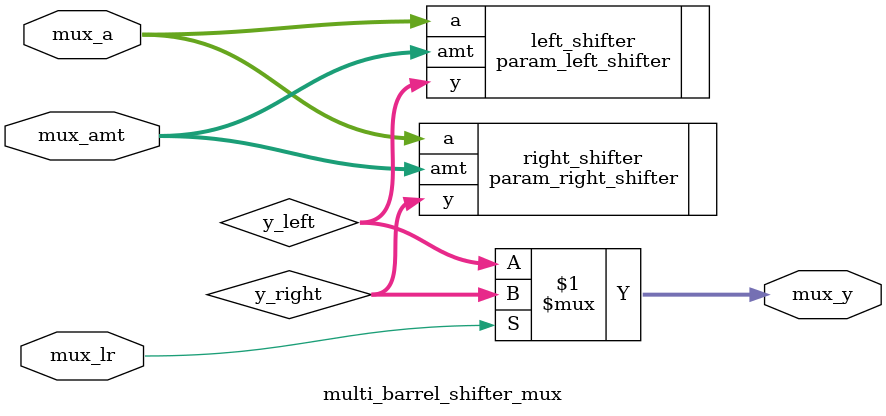
<source format=sv>
`timescale 1ns / 1ps


module multi_barrel_shifter_mux #(
    parameter N = 8,
    parameter AMT_WIDTH = $clog2(N)
)(
    input logic [N-1:0] mux_a,       // Input
    input logic [AMT_WIDTH-1:0] mux_amt, // Amount to shift
    input logic mux_lr,              // 0 for left, 1 for right
    output logic [N-1:0] mux_y       // Output 
);

    // Internal signals for left and right shifters outputs
    logic [N-1:0] y_left;
    logic [N-1:0] y_right;

    // Right barrel shifter
    param_right_shifter #(
        .N(N)
    ) right_shifter (
        .a(mux_a),
        .amt(mux_amt),
        .y(y_right)
    );

    // Left barrel shifter
    param_left_shifter #(
        .N(N)
    ) left_shifter (
        .a(mux_a),
        .amt(mux_amt),
        .y(y_left)
    );

    // Select output based on control signal lr
    assign mux_y = mux_lr ? y_right : y_left;

endmodule


</source>
